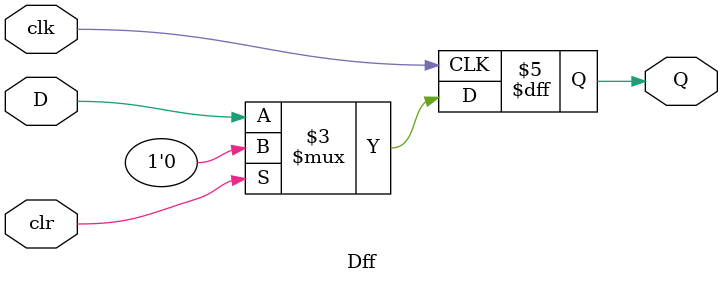
<source format=v>
`timescale 1ns / 1ps


module Dff(Q,D,clk,clr);

output reg Q;
input D,clk,clr;

always @(posedge clk) begin
    if(clr) Q<=0;
    else Q<=D;
end

endmodule

</source>
